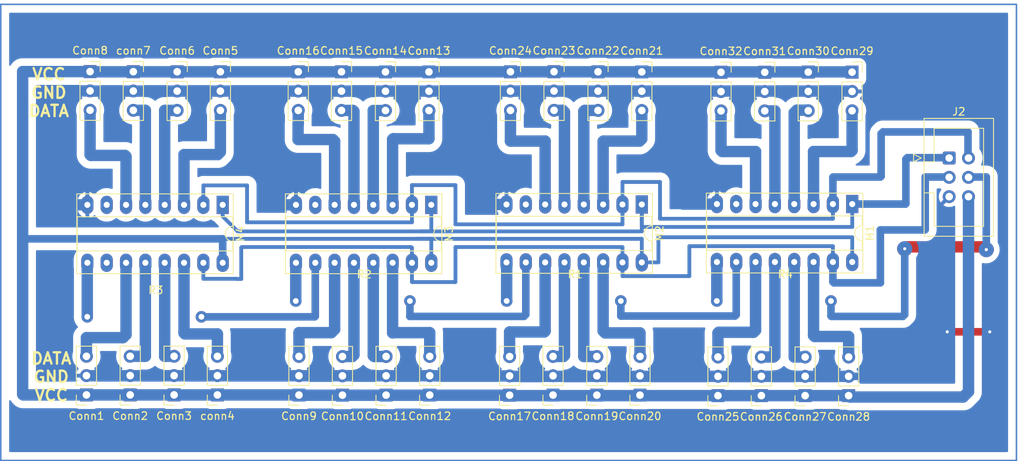
<source format=kicad_pcb>
(kicad_pcb (version 20211014) (generator pcbnew)
  (layers (0 "F.Cu" signal) (31 "B.Cu" signal) (34 "B.Paste" user) (35 "F.Paste" user) (36 "B.SilkS" user "B.Silkscreen") (37 "F.SilkS" user "F.Silkscreen") (38 "B.Mask" user) (39 "F.Mask" user) (44 "Edge.Cuts" user))
  (net 0 "")
  (net 1 "/LP(D5)")
  (net 2 "/CP(D4)")
  (net 3 "/Vcc")
  (net 8 "/D1")
  (net 9 "/D2")
  (net 10 "/D3")
  (net 11 "/D4")
  (net 12 "/D5")
  (net 13 "/D6")
  (net 14 "/D7")
  (net 15 "/D8")
  (net 16 "/D9")
  (net 17 "/D10")
  (net 18 "/D11")
  (net 19 "/D12")
  (net 20 "/D13")
  (net 21 "/D14")
  (net 22 "/D15")
  (net 23 "/D16")
  (net 24 "/D17")
  (net 25 "/D18")
  (net 26 "/D19")
  (net 27 "/D20")
  (net 28 "/D21")
  (net 29 "/D22")
  (net 30 "/D23")
  (net 31 "/D24")
  (net 32 "/D25")
  (net 33 "/D26")
  (net 34 "/D27")
  (net 35 "/D28")
  (net 36 "/D29")
  (net 37 "/D30")
  (net 39 "GND")
  (net 40 "/CEP(D15)")
  (net 41 "/DPA(D2)")
  (net 42 "/DS1A")
  (net 43 "/DPB(D2)")
  (net 44 "/DS2A")
  (net 45 "/DS1B")
  (net 46 "/DS3A")
  (net 47 "/DS2B")
  (net 48 "/DS3B")
  (net 49 "/D31")
  (net 50 "/D32")
  (footprint "Package_DIP:DIP-16_W7.62mm_Socket_LongPads" (layer "F.Cu") (at 124.1679 38.8239 -90)
    (fp_text reference "M1")
    (fp_text value "74LS165")
  )
  (footprint "Package_DIP:DIP-16_W7.62mm_Socket_LongPads" (layer "F.Cu") (at 96.52 38.8747 -90)
    (fp_text reference "M2")
    (fp_text value "74LS165")
  )
  (footprint "Package_DIP:DIP-16_W7.62mm_Socket_LongPads" (layer "F.Cu") (at 68.8594 38.9255 -90)
    (fp_text reference "M3")
    (fp_text value "74LS165")
  )
  (footprint "Package_DIP:DIP-16_W7.62mm_Socket_LongPads" (layer "F.Cu") (at 41.4528 38.9255 -90)
    (fp_text reference "M4")
    (fp_text value "74LS165")
  )
  (footprint "Connector_PinSocket_2.54mm:PinSocket_1x03_P2.54mm_Vertical" (layer "F.Cu") (at 23.55342 63.92672 180)
    (fp_text reference "Conn1")
    (fp_text value "1")
  )
  (footprint "Connector_PinSocket_2.54mm:PinSocket_1x03_P2.54mm_Vertical" (layer "F.Cu") (at 29.30144 63.92164 180)
    (fp_text reference "Conn2")
    (fp_text value "2")
  )
  (footprint "Connector_PinSocket_2.54mm:PinSocket_1x03_P2.54mm_Vertical" (layer "F.Cu") (at 35.06724 63.92164 180)
    (fp_text reference "Conn3")
    (fp_text value "3")
  )
  (footprint "Connector_PinSocket_2.54mm:PinSocket_1x03_P2.54mm_Vertical" (layer "F.Cu") (at 40.75938 63.92926 180)
    (fp_text reference "conn4")
    (fp_text value "4")
  )
  (footprint "Connector_PinSocket_2.54mm:PinSocket_1x03_P2.54mm_Vertical" (layer "F.Cu") (at 41.148 21.42236)
    (fp_text reference "Conn5")
    (fp_text value "5")
  )
  (footprint "Connector_PinSocket_2.54mm:PinSocket_1x03_P2.54mm_Vertical" (layer "F.Cu") (at 35.4711 21.42236)
    (fp_text reference "Conn6")
    (fp_text value "6")
  )
  (footprint "Connector_PinSocket_2.54mm:PinSocket_1x03_P2.54mm_Vertical" (layer "F.Cu") (at 29.71038 21.4122)
    (fp_text reference "conn7")
    (fp_text value "7")
  )
  (footprint "Connector_PinSocket_2.54mm:PinSocket_1x03_P2.54mm_Vertical" (layer "F.Cu") (at 24.0284 21.3995)
    (fp_text reference "Conn8")
    (fp_text value "8")
  )
  (footprint "Connector_PinSocket_2.54mm:PinSocket_1x03_P2.54mm_Vertical" (layer "F.Cu") (at 51.47564 63.94196 180)
    (fp_text reference "Conn9")
    (fp_text value "9")
  )
  (footprint "Connector_PinSocket_2.54mm:PinSocket_1x03_P2.54mm_Vertical" (layer "F.Cu") (at 57.1881 63.9572 180)
    (fp_text reference "Conn10")
    (fp_text value "10")
  )
  (footprint "Connector_PinSocket_2.54mm:PinSocket_1x03_P2.54mm_Vertical" (layer "F.Cu") (at 62.92342 63.95212 180)
    (fp_text reference "Conn11")
    (fp_text value "11")
  )
  (footprint "Connector_PinSocket_2.54mm:PinSocket_1x03_P2.54mm_Vertical" (layer "F.Cu") (at 68.6562 63.94196 180)
    (fp_text reference "Conn12")
    (fp_text value "12")
  )
  (footprint "Connector_PinSocket_2.54mm:PinSocket_1x03_P2.54mm_Vertical" (layer "F.Cu") (at 68.5546 21.4376)
    (fp_text reference "Conn13")
    (fp_text value "13")
  )
  (footprint "Connector_PinSocket_2.54mm:PinSocket_1x03_P2.54mm_Vertical" (layer "F.Cu") (at 62.8396 21.4376)
    (fp_text reference "Conn14")
    (fp_text value "14")
  )
  (footprint "Connector_PinSocket_2.54mm:PinSocket_1x03_P2.54mm_Vertical" (layer "F.Cu") (at 57.0611 21.4249)
    (fp_text reference "Conn15")
    (fp_text value "15")
  )
  (footprint "Connector_PinSocket_2.54mm:PinSocket_1x03_P2.54mm_Vertical" (layer "F.Cu") (at 51.3842 21.4249)
    (fp_text reference "Conn16")
    (fp_text value "16")
  )
  (footprint "Connector_PinSocket_2.54mm:PinSocket_1x03_P2.54mm_Vertical" (layer "F.Cu") (at 79.15148 63.96482 180)
    (fp_text reference "Conn17")
    (fp_text value "17")
  )
  (footprint "Connector_PinSocket_2.54mm:PinSocket_1x03_P2.54mm_Vertical" (layer "F.Cu") (at 84.85632 63.94704 180)
    (fp_text reference "Conn18")
    (fp_text value "18")
  )
  (footprint "Connector_PinSocket_2.54mm:PinSocket_1x03_P2.54mm_Vertical" (layer "F.Cu") (at 90.6145 63.95466 180)
    (fp_text reference "Conn19")
    (fp_text value "19")
  )
  (footprint "Connector_PinSocket_2.54mm:PinSocket_1x03_P2.54mm_Vertical" (layer "F.Cu") (at 96.28124 63.95466 180)
    (fp_text reference "Conn20")
    (fp_text value "20")
  )
  (footprint "Connector_PinSocket_2.54mm:PinSocket_1x03_P2.54mm_Vertical" (layer "F.Cu") (at 96.52 21.4376)
    (fp_text reference "Conn21")
    (fp_text value "21")
  )
  (footprint "Connector_PinSocket_2.54mm:PinSocket_1x03_P2.54mm_Vertical" (layer "F.Cu") (at 90.7669 21.4249)
    (fp_text reference "Conn22")
    (fp_text value "22")
  )
  (footprint "Connector_PinSocket_2.54mm:PinSocket_1x03_P2.54mm_Vertical" (layer "F.Cu") (at 84.9884 21.4122)
    (fp_text reference "Conn23")
    (fp_text value "23")
  )
  (footprint "Connector_PinSocket_2.54mm:PinSocket_1x03_P2.54mm_Vertical" (layer "F.Cu") (at 79.2607 21.4249)
    (fp_text reference "Conn24")
    (fp_text value "24")
  )
  (footprint "Connector_PinSocket_2.54mm:PinSocket_1x03_P2.54mm_Vertical" (layer "F.Cu") (at 106.5276 64.0207 180)
    (fp_text reference "Conn25")
    (fp_text value "25")
  )
  (footprint "Connector_PinSocket_2.54mm:PinSocket_1x03_P2.54mm_Vertical" (layer "F.Cu") (at 112.2299 64.0207 180)
    (fp_text reference "Conn26")
    (fp_text value "26")
  )
  (footprint "Connector_PinSocket_2.54mm:PinSocket_1x03_P2.54mm_Vertical" (layer "F.Cu") (at 117.983 64.0207 180)
    (fp_text reference "Conn27")
    (fp_text value "27")
  )
  (footprint "Connector_PinSocket_2.54mm:PinSocket_1x03_P2.54mm_Vertical" (layer "F.Cu") (at 123.698 64.0207 180)
    (fp_text reference "Conn28")
    (fp_text value "28")
  )
  (footprint "Connector_PinSocket_2.54mm:PinSocket_1x03_P2.54mm_Vertical" (layer "F.Cu") (at 124.15012 21.47062)
    (fp_text reference "Conn29")
    (fp_text value "29")
  )
  (footprint "Connector_PinSocket_2.54mm:PinSocket_1x03_P2.54mm_Vertical" (layer "F.Cu") (at 118.3894 21.46554)
    (fp_text reference "Conn30")
    (fp_text value "30")
  )
  (footprint "extensores:extensor 15mm" (layer "F.Cu") (at 87.7641 48.56962 180)
    (fp_text reference "R1")
    (fp_text value "15")
  )
  (footprint "extensores:extensor 15mm" (layer "F.Cu") (at 60.054 48.57242 180)
    (fp_text reference "R2")
    (fp_text value "15")
  )
  (footprint "extensores:extensor 15mm" (layer "F.Cu") (at 32.6588 50.65242 180)
    (fp_text reference "R3")
    (fp_text value "15")
  )
  (footprint "extensores:extensor 15mm" (layer "F.Cu") (at 115.3752 48.56962 180)
    (fp_text reference "R4")
    (fp_text value "15")
  )
  (footprint "Connector_PinSocket_2.54mm:PinSocket_1x03_P2.54mm_Vertical" (layer "F.Cu") (at 112.6744 21.48586)
    (fp_text reference "Conn31")
    (fp_text value "31")
  )
  (footprint "Connector_PinSocket_2.54mm:PinSocket_1x03_P2.54mm_Vertical" (layer "F.Cu") (at 106.92892 21.48586)
    (fp_text reference "Conn32")
    (fp_text value "32")
  )
  (footprint "Connector_IDC:IDC-Header_2x03_P2.54mm_Vertical" (layer "F.Cu") (at 136.906 32.766)
    (fp_text reference "J2")
    (fp_text value "Conn_02x03_Odd_Even")
  )
  (gr_rect (start 12.2936 12.55522) (end 145.7452 72.55002) (layer "B.Cu") (width 0.2) (fill none))
  (gr_text "\n\nDATA\nGND\nVCC\n" (at 18.92808 59.13882) (layer "F.SilkS") (effects (font (size 1.5 1.5) (thickness 0.3))))
  (gr_text "VCC\nGND\nDATA\n" (at 18.61312 24.1681) (layer "F.SilkS") (effects (font (size 1.5 1.5) (thickness 0.3))))
  (segment (start 96.52 38.8747) (end 96.52 41.8338) (width 0.5) (layer "B.Cu") (net 1))
  (segment (start 41.4528 40.44442) (end 41.4528 38.9255) (width 0.5) (layer "B.Cu") (net 1))
  (segment (start 131.4196 32.72282) (end 131.2164 32.92602) (width 1) (layer "B.Cu") (net 1))
  (segment (start 67.5132 42.418) (end 43.42638 42.418) (width 0.5) (layer "B.Cu") (net 1))
  (segment (start 68.8594 38.9255) (end 68.8594 42.418) (width 0.5) (layer "B.Cu") (net 1))
  (segment (start 67.5132 42.418) (end 96.52 42.418) (width 0.5) (layer "B.Cu") (net 1))
  (segment (start 131.2164 38.76802) (end 131.16052 38.8239) (width 1) (layer "B.Cu") (net 1))
  (segment (start 124.1679 41.8338) (end 124.1679 38.8239) (width 0.5) (layer "B.Cu") (net 1))
  (segment (start 124.1679 38.8239) (end 124.1679 38.75532) (width 0.5) (layer "B.Cu") (net 1))
  (segment (start 136.83996 32.72282) (end 131.4196 32.72282) (width 1) (layer "B.Cu") (net 1))
  (segment (start 131.2164 32.92602) (end 131.2164 38.76802) (width 1) (layer "B.Cu") (net 1))
  (segment (start 43.42638 42.418) (end 41.4528 40.44442) (width 0.5) (layer "B.Cu") (net 1))
  (segment (start 96.52 42.418) (end 96.52 38.8747) (width 0.5) (layer "B.Cu") (net 1))
  (segment (start 96.52 41.8338) (end 124.1679 41.8338) (width 0.5) (layer "B.Cu") (net 1))
  (segment (start 131.16052 38.8239) (end 124.1679 38.8239) (width 1) (layer "B.Cu") (net 1))
  (segment (start 68.8594 42.418) (end 67.5132 42.418) (width 0.5) (layer "B.Cu") (net 1))
  (segment (start 38.9128 36.3728) (end 44.6532 36.3728) (width 0.5) (layer "B.Cu") (net 2))
  (segment (start 44.6532 36.3728) (end 44.6532 41.2242) (width 0.5) (layer "B.Cu") (net 2))
  (segment (start 139.37996 32.72282) (end 139.37996 29.33446) (width 1) (layer "B.Cu") (net 2))
  (segment (start 121.6279 38.8239) (end 121.6279 40.73652) (width 0.5) (layer "B.Cu") (net 2))
  (segment (start 121.6279 38.8239) (end 121.6279 39.1414) (width 1.5) (layer "B.Cu") (net 2))
  (segment (start 121.666 35.26282) (end 121.6279 35.30092) (width 1) (layer "B.Cu") (net 2))
  (segment (start 66.3194 36.32962) (end 72.0344 36.32962) (width 0.5) (layer "B.Cu") (net 2))
  (segment (start 121.61012 40.7543) (end 98.91268 40.7543) (width 0.5) (layer "B.Cu") (net 2))
  (segment (start 72.0344 36.32962) (end 72.0344 41.4909) (width 0.5) (layer "B.Cu") (net 2))
  (segment (start 93.98 41.4909) (end 93.98 38.8747) (width 0.5) (layer "B.Cu") (net 2))
  (segment (start 66.3194 38.9255) (end 66.3194 36.32962) (width 0.5) (layer "B.Cu") (net 2))
  (segment (start 44.6532 41.2242) (end 66.3194 41.2242) (width 0.5) (layer "B.Cu") (net 2))
  (segment (start 93.98 35.91814) (end 93.98 38.8747) (width 0.5) (layer "B.Cu") (net 2))
  (segment (start 66.3194 41.2242) (end 66.3194 38.9255) (width 0.5) (layer "B.Cu") (net 2))
  (segment (start 128.20396 29.33446) (end 127.9652 29.57322) (width 1) (layer "B.Cu") (net 2))
  (segment (start 139.37996 29.33446) (end 128.20396 29.33446) (width 1) (layer "B.Cu") (net 2))
  (segment (start 72.0344 41.4909) (end 93.98 41.4909) (width 0.5) (layer "B.Cu") (net 2))
  (segment (start 121.6279 39.1414) (end 121.6152 39.1541) (width 1.5) (layer "B.Cu") (net 2))
  (segment (start 127.9652 29.57322) (end 127.9652 35.16122) (width 1) (layer "B.Cu") (net 2))
  (segment (start 127.9652 35.16122) (end 127.8636 35.26282) (width 1) (layer "B.Cu") (net 2))
  (segment (start 38.9128 38.9255) (end 38.9128 36.3728) (width 0.5) (layer "B.Cu") (net 2))
  (segment (start 127.8636 35.26282) (end 121.666 35.26282) (width 1) (layer "B.Cu") (net 2))
  (segment (start 121.6279 35.30092) (end 121.6279 38.8239) (width 1) (layer "B.Cu") (net 2))
  (segment (start 98.91268 40.7543) (end 98.91268 35.91814) (width 0.5) (layer "B.Cu") (net 2))
  (segment (start 98.91268 35.91814) (end 93.98 35.91814) (width 0.5) (layer "B.Cu") (net 2))
  (segment (start 121.6279 40.73652) (end 121.61012 40.7543) (width 0.5) (layer "B.Cu") (net 2))
  (segment (start 15.27556 43.3959) (end 15.16888 43.28922) (width 1) (layer "B.Cu") (net 3))
  (segment (start 98.7044 43.18762) (end 124.1679 43.18762) (width 0.5) (layer "B.Cu") (net 3))
  (segment (start 15.2527 63.92672) (end 15.16888 63.8429) (width 1.5) (layer "B.Cu") (net 3))
  (segment (start 98.7044 46.4947) (end 98.7044 43.18762) (width 0.5) (layer "B.Cu") (net 3))
  (segment (start 96.5073 21.4249) (end 96.52 21.4376) (width 1.5) (layer "B.Cu") (net 3))
  (segment (start 51.4604 63.92672) (end 51.47564 63.94196) (width 1.5) (layer "B.Cu") (net 3))
  (segment (start 24.0538 21.4249) (end 24.0284 21.3995) (width 1.5) (layer "B.Cu") (net 3))
  (segment (start 41.4528 43.3959) (end 15.27556 43.3959) (width 1) (layer "B.Cu") (net 3))
  (segment (start 106.5276 64.0207) (end 79.20736 64.0207) (width 1.5) (layer "B.Cu") (net 3))
  (segment (start 139.446 63.5) (end 139.446 37.846) (width 1.5) (layer "B.Cu") (net 3))
  (segment (start 79.248 21.4122) (end 79.2607 21.4249) (width 1.5) (layer "B.Cu") (net 3))
  (segment (start 23.55342 63.92672) (end 15.2527 63.92672) (width 1.5) (layer "B.Cu") (net 3))
  (segment (start 79.2607 21.4249) (end 51.3842 21.4249) (width 1.5) (layer "B.Cu") (net 3))
  (segment (start 68.8594 46.5455) (end 68.8594 43.41622) (width 0.5) (layer "B.Cu") (net 3))
  (segment (start 79.15148 63.96482) (end 51.4985 63.96482) (width 1.5) (layer "B.Cu") (net 3))
  (segment (start 106.5022 63.9953) (end 106.5276 64.0207) (width 1.5) (layer "B.Cu") (net 3))
  (segment (start 124.1171 21.4376) (end 124.15012 21.47062) (width 1.5) (layer "B.Cu") (net 3))
  (segment (start 51.3842 21.4249) (end 24.0538 21.4249) (width 1.5) (layer "B.Cu") (net 3))
  (segment (start 124.1679 43.18762) (end 124.1679 46.4439) (width 0.5) (layer "B.Cu") (net 3))
  (segment (start 96.52 46.4947) (end 98.7044 46.4947) (width 0.5) (layer "B.Cu") (net 3))
  (segment (start 68.83908 43.3959) (end 67.056 43.3959) (width 0.5) (layer "B.Cu") (net 3))
  (segment (start 51.4985 63.96482) (end 51.47564 63.94196) (width 1.5) (layer "B.Cu") (net 3))
  (segment (start 124.1679 21.4884) (end 124.15012 21.47062) (width 1.5) (layer "B.Cu") (net 3))
  (segment (start 96.52 43.3959) (end 67.056 43.3959) (width 0.5) (layer "B.Cu") (net 3))
  (segment (start 67.056 43.3959) (end 41.4528 43.3959) (width 0.5) (layer "B.Cu") (net 3))
  (segment (start 68.8594 43.41622) (end 68.83908 43.3959) (width 0.5) (layer "B.Cu") (net 3))
  (segment (start 79.2607 21.4249) (end 96.5073 21.4249) (width 1.5) (layer "B.Cu") (net 3))
  (segment (start 24.0284 21.3995) (end 15.16888 21.3995) (width 1.5) (layer "B.Cu") (net 3))
  (segment (start 79.20736 64.0207) (end 79.15148 63.96482) (width 1.5) (layer "B.Cu") (net 3))
  (segment (start 123.88088 64.20358) (end 138.74242 64.20358) (width 1.5) (layer "B.Cu") (net 3))
  (segment (start 106.5276 64.0207) (end 123.698 64.0207) (width 1.5) (layer "B.Cu") (net 3))
  (segment (start 41.4528 46.5455) (end 41.4528 43.3959) (width 1) (layer "B.Cu") (net 3))
  (segment (start 15.16888 63.8429) (end 15.16888 43.28922) (width 1.5) (layer "B.Cu") (net 3))
  (segment (start 123.698 64.0207) (end 123.88088 64.20358) (width 1.5) (layer "B.Cu") (net 3))
  (segment (start 15.16888 21.3995) (end 15.16888 43.28922) (width 1.5) (layer "B.Cu") (net 3))
  (segment (start 96.52 21.4376) (end 124.1171 21.4376) (width 1.5) (layer "B.Cu") (net 3))
  (segment (start 23.55342 63.92672) (end 51.4604 63.92672) (width 1.5) (layer "B.Cu") (net 3))
  (segment (start 96.52 46.4947) (end 96.52 43.3959) (width 0.5) (layer "B.Cu") (net 3))
  (segment (start 138.74242 64.20358) (end 139.446 63.5) (width 1.5) (layer "B.Cu") (net 3))
  (segment (start 96.53778 21.41982) (end 96.52 21.4376) (width 1.5) (layer "B.Cu") (net 3))
  (segment (start 28.7528 55.98922) (end 28.7528 46.5455) (width 1.5) (layer "B.Cu") (net 8))
  (segment (start 23.55342 56.39562) (end 28.3464 56.39562) (width 1.5) (layer "B.Cu") (net 8))
  (segment (start 28.3464 56.39562) (end 28.7528 55.98922) (width 1.5) (layer "B.Cu") (net 8))
  (segment (start 23.55342 58.84672) (end 23.55342 56.39562) (width 1.5) (layer "B.Cu") (net 8))
  (segment (start 31.2928 58.84164) (end 31.2928 46.5455) (width 1.5) (layer "B.Cu") (net 9))
  (segment (start 29.30144 58.84164) (end 31.2928 58.84164) (width 1.5) (layer "B.Cu") (net 9))
  (segment (start 35.06724 58.84164) (end 33.82518 58.84164) (width 1.5) (layer "B.Cu") (net 10))
  (segment (start 33.82518 58.84164) (end 33.8328 58.83402) (width 1.5) (layer "B.Cu") (net 10))
  (segment (start 33.8328 58.83402) (end 33.8328 46.5455) (width 1.5) (layer "B.Cu") (net 10))
  (segment (start 36.3728 55.78602) (end 36.3728 46.5455) (width 1.5) (layer "B.Cu") (net 11))
  (segment (start 40.75938 58.84926) (end 40.75938 55.9054) (width 1.5) (layer "B.Cu") (net 11))
  (segment (start 36.49218 55.9054) (end 36.3728 55.78602) (width 1.5) (layer "B.Cu") (net 11))
  (segment (start 40.75938 55.9054) (end 36.49218 55.9054) (width 1.5) (layer "B.Cu") (net 11))
  (segment (start 41.148 31.96082) (end 40.7924 32.31642) (width 1.5) (layer "B.Cu") (net 12))
  (segment (start 36.3728 32.31642) (end 36.3728 38.9255) (width 1.5) (layer "B.Cu") (net 12))
  (segment (start 41.148 26.50236) (end 41.148 31.96082) (width 1.5) (layer "B.Cu") (net 12))
  (segment (start 40.7924 32.31642) (end 36.3728 32.31642) (width 1.5) (layer "B.Cu") (net 12))
  (segment (start 33.8328 26.50236) (end 35.4711 26.50236) (width 1.5) (layer "B.Cu") (net 13))
  (segment (start 33.8328 38.9255) (end 33.8328 26.50236) (width 1.5) (layer "B.Cu") (net 13))
  (segment (start 31.2928 26.4922) (end 29.71038 26.4922) (width 1.5) (layer "B.Cu") (net 14))
  (segment (start 31.2928 38.9255) (end 31.2928 26.4922) (width 1.5) (layer "B.Cu") (net 14))
  (segment (start 28.7528 38.9255) (end 28.7528 32.57042) (width 1.5) (layer "B.Cu") (net 15))
  (segment (start 28.7528 32.57042) (end 28.6004 32.41802) (width 1.5) (layer "B.Cu") (net 15))
  (segment (start 28.6004 32.41802) (end 24.13 32.41802) (width 1.5) (layer "B.Cu") (net 15))
  (segment (start 24.13 32.41802) (end 24.0284 32.31642) (width 1.5) (layer "B.Cu") (net 15))
  (segment (start 24.0284 32.31642) (end 24.0284 26.4795) (width 1.5) (layer "B.Cu") (net 15))
  (segment (start 56.1594 55.30342) (end 56.1594 46.5455) (width 1.5) (layer "B.Cu") (net 16))
  (segment (start 51.47564 55.73522) (end 55.7276 55.73522) (width 1.5) (layer "B.Cu") (net 16))
  (segment (start 51.47564 58.86196) (end 51.47564 55.73522) (width 1.5) (layer "B.Cu") (net 16))
  (segment (start 55.7276 55.73522) (end 56.1594 55.30342) (width 1.5) (layer "B.Cu") (net 16))
  (segment (start 57.1881 58.8772) (end 58.47842 58.8772) (width 1.5) (layer "B.Cu") (net 17))
  (segment (start 58.47842 58.8772) (end 58.6994 58.65622) (width 1.5) (layer "B.Cu") (net 17))
  (segment (start 58.6994 58.65622) (end 58.6994 46.5455) (width 1.5) (layer "B.Cu") (net 17))
  (segment (start 62.92342 58.87212) (end 61.3537 58.87212) (width 1.5) (layer "B.Cu") (net 18))
  (segment (start 61.2394 58.75782) (end 61.2394 46.5455) (width 1.5) (layer "B.Cu") (net 18))
  (segment (start 61.3537 58.87212) (end 61.2394 58.75782) (width 1.5) (layer "B.Cu") (net 18))
  (segment (start 63.8048 55.73522) (end 63.7794 55.76062) (width 1.5) (layer "B.Cu") (net 19))
  (segment (start 68.6562 55.73522) (end 63.8048 55.73522) (width 1.5) (layer "B.Cu") (net 19))
  (segment (start 68.6562 58.86196) (end 68.6562 55.73522) (width 1.5) (layer "B.Cu") (net 19))
  (segment (start 63.7794 55.76062) (end 63.7794 46.5455) (width 1.5) (layer "B.Cu") (net 19))
  (segment (start 68.5546 30.20822) (end 68.5292 30.23362) (width 1.5) (layer "B.Cu") (net 20))
  (segment (start 63.8556 30.23362) (end 63.7794 30.30982) (width 1.5) (layer "B.Cu") (net 20))
  (segment (start 68.5546 26.5176) (end 68.5546 30.20822) (width 1.5) (layer "B.Cu") (net 20))
  (segment (start 68.5292 30.23362) (end 63.8556 30.23362) (width 1.5) (layer "B.Cu") (net 20))
  (segment (start 63.7794 30.30982) (end 63.7794 38.9255) (width 1.5) (layer "B.Cu") (net 20))
  (segment (start 61.2394 26.5176) (end 62.8396 26.5176) (width 1.5) (layer "B.Cu") (net 21))
  (segment (start 61.2394 38.9255) (end 61.2394 26.5176) (width 1.5) (layer "B.Cu") (net 21))
  (segment (start 58.55208 26.5049) (end 57.0611 26.5049) (width 1.5) (layer "B.Cu") (net 22))
  (segment (start 58.6994 38.9255) (end 58.6994 26.65222) (width 1.5) (layer "B.Cu") (net 22))
  (segment (start 58.6994 26.65222) (end 58.55208 26.5049) (width 1.5) (layer "B.Cu") (net 22))
  (segment (start 56.1594 30.56382) (end 55.9308 30.33522) (width 1.5) (layer "B.Cu") (net 23))
  (segment (start 51.3588 28.30322) (end 51.3842 28.27782) (width 1.5) (layer "B.Cu") (net 23))
  (segment (start 51.3842 28.27782) (end 51.3842 26.5049) (width 1.5) (layer "B.Cu") (net 23))
  (segment (start 51.3588 30.33522) (end 51.3588 28.30322) (width 1.5) (layer "B.Cu") (net 23))
  (segment (start 55.9308 30.33522) (end 51.3588 30.33522) (width 1.5) (layer "B.Cu") (net 23))
  (segment (start 56.1594 38.9255) (end 56.1594 30.56382) (width 1.5) (layer "B.Cu") (net 23))
  (segment (start 83.7057 55.64632) (end 83.82 55.53202) (width 1.5) (layer "B.Cu") (net 24))
  (segment (start 79.15148 58.88482) (end 79.15148 55.64632) (width 1.5) (layer "B.Cu") (net 24))
  (segment (start 79.15148 55.64632) (end 83.7057 55.64632) (width 1.5) (layer "B.Cu") (net 24))
  (segment (start 83.82 55.53202) (end 83.82 46.4947) (width 1.5) (layer "B.Cu") (net 24))
  (segment (start 86.22538 58.86704) (end 86.36 58.73242) (width 1.5) (layer "B.Cu") (net 25))
  (segment (start 84.85632 58.86704) (end 86.22538 58.86704) (width 1.5) (layer "B.Cu") (net 25))
  (segment (start 86.36 58.73242) (end 86.36 46.4947) (width 1.5) (layer "B.Cu") (net 25))
  (segment (start 88.9 58.87466) (end 88.9 46.4947) (width 1.5) (layer "B.Cu") (net 26))
  (segment (start 90.6145 58.87466) (end 88.9 58.87466) (width 1.5) (layer "B.Cu") (net 26))
  (segment (start 91.70924 55.77078) (end 91.44 55.50154) (width 1.5) (layer "B.Cu") (net 27))
  (segment (start 96.28124 58.87466) (end 96.28124 55.77078) (width 1.5) (layer "B.Cu") (net 27))
  (segment (start 96.28124 55.77078) (end 91.70924 55.77078) (width 1.5) (layer "B.Cu") (net 27))
  (segment (start 91.44 55.50154) (end 91.44 46.4947) (width 1.5) (layer "B.Cu") (net 27))
  (segment (start 96.2152 30.53842) (end 96.52 30.23362) (width 1.5) (layer "B.Cu") (net 28))
  (segment (start 91.4908 30.53842) (end 96.2152 30.53842) (width 1.5) (layer "B.Cu") (net 28))
  (segment (start 96.52 30.23362) (end 96.52 26.5176) (width 1.5) (layer "B.Cu") (net 28))
  (segment (start 91.44 38.8747) (end 91.44 30.58922) (width 1.5) (layer "B.Cu") (net 28))
  (segment (start 91.44 30.58922) (end 91.4908 30.53842) (width 1.5) (layer "B.Cu") (net 28))
  (segment (start 89.02192 26.5049) (end 90.7669 26.5049) (width 1.5) (layer "B.Cu") (net 29))
  (segment (start 88.9 26.62682) (end 89.02192 26.5049) (width 1.5) (layer "B.Cu") (net 29))
  (segment (start 88.9 38.8747) (end 88.9 26.62682) (width 1.5) (layer "B.Cu") (net 29))
  (segment (start 86.36 26.72842) (end 86.36 38.8747) (width 1.5) (layer "B.Cu") (net 30))
  (segment (start 86.12378 26.4922) (end 86.36 26.72842) (width 1.5) (layer "B.Cu") (net 30))
  (segment (start 84.9884 26.4922) (end 86.12378 26.4922) (width 1.5) (layer "B.Cu") (net 30))
  (segment (start 83.82 30.53842) (end 79.2607 30.53842) (width 1.5) (layer "B.Cu") (net 31))
  (segment (start 83.82 38.8747) (end 83.82 30.53842) (width 1.5) (layer "B.Cu") (net 31))
  (segment (start 79.2607 30.53842) (end 79.2607 26.5049) (width 1.5) (layer "B.Cu") (net 31))
  (segment (start 111.4679 55.41772) (end 111.4679 46.4439) (width 1.5) (layer "B.Cu") (net 32))
  (segment (start 106.5276 58.9407) (end 106.5276 55.78602) (width 1.5) (layer "B.Cu") (net 32))
  (segment (start 106.6292 55.68442) (end 111.2012 55.68442) (width 1.5) (layer "B.Cu") (net 32))
  (segment (start 111.2012 55.68442) (end 111.4679 55.41772) (width 1.5) (layer "B.Cu") (net 32))
  (segment (start 106.5276 55.78602) (end 106.6292 55.68442) (width 1.5) (layer "B.Cu") (net 32))
  (segment (start 113.83772 58.9407) (end 114.0079 58.77052) (width 1.5) (layer "B.Cu") (net 33))
  (segment (start 112.2299 58.9407) (end 113.83772 58.9407) (width 1.5) (layer "B.Cu") (net 33))
  (segment (start 114.0079 58.77052) (end 114.0079 46.4439) (width 1.5) (layer "B.Cu") (net 33))
  (segment (start 116.5479 58.9407) (end 116.5479 46.4439) (width 1.5) (layer "B.Cu") (net 34))
  (segment (start 117.983 58.9407) (end 116.5479 58.9407) (width 1.5) (layer "B.Cu") (net 34))
  (segment (start 123.698 56.24322) (end 123.698 58.9407) (width 1.5) (layer "B.Cu") (net 35))
  (segment (start 119.0879 46.4439) (end 119.0879 56.10352) (width 1.5) (layer "B.Cu") (net 35))
  (segment (start 119.2276 56.24322) (end 123.698 56.24322) (width 1.5) (layer "B.Cu") (net 35))
  (segment (start 119.0879 56.10352) (end 119.2276 56.24322) (width 1.5) (layer "B.Cu") (net 35))
  (segment (start 124.15012 31.7627) (end 124.15012 26.55062) (width 1.5) (layer "B.Cu") (net 36))
  (segment (start 119.0879 31.91002) (end 124.0028 31.91002) (width 1.5) (layer "B.Cu") (net 36))
  (segment (start 119.0879 38.8239) (end 119.0879 31.91002) (width 1.5) (layer "B.Cu") (net 36))
  (segment (start 119.0752 38.8112) (end 119.0879 38.8239) (width 1.5) (layer "B.Cu") (net 36))
  (segment (start 124.0028 31.91002) (end 124.15012 31.7627) (width 1.5) (layer "B.Cu") (net 36))
  (segment (start 116.8908 26.47442) (end 118.31828 26.47442) (width 1.5) (layer "B.Cu") (net 37))
  (segment (start 116.5479 26.81732) (end 116.8908 26.47442) (width 1.5) (layer "B.Cu") (net 37))
  (segment (start 116.5479 38.8239) (end 116.5479 26.81732) (width 1.5) (layer "B.Cu") (net 37))
  (segment (start 118.31828 26.47442) (end 118.3894 26.54554) (width 1.5) (layer "B.Cu") (net 37))
  (segment (start 136.652 55.626) (end 142.24 55.626) (width 1) (layer "F.Cu") (net 39))
  (via (at 136.652 55.626) (size 2) (drill 0.4) (layers "F.Cu" "B.Cu") (net 39))
  (via (at 142.24 55.626) (size 2) (drill 0.4) (layers "F.Cu" "B.Cu") (net 39))
  (segment (start 123.698 61.4807) (end 124.048 61.4807) (width 1) (layer "B.Cu") (net 39))
  (segment (start 47.7012 38.9255) (end 47.7012 23.9649) (width 1.5) (layer "B.Cu") (net 39))
  (segment (start 96.5073 23.9649) (end 96.52 23.9776) (width 1.5) (layer "B.Cu") (net 39))
  (segment (start 101.96068 38.8239) (end 101.78796 38.65118) (width 1.5) (layer "B.Cu") (net 39))
  (segment (start 51.0794 38.9255) (end 47.7012 38.9255) (width 1.5) (layer "B.Cu") (net 39))
  (segment (start 51.3969 23.9776) (end 51.3842 23.9649) (width 1.5) (layer "B.Cu") (net 39))
  (segment (start 134.68096 48.81626) (end 134.81812 48.6791) (width 1.5) (layer "B.Cu") (net 39))
  (segment (start 101.78796 23.95982) (end 124.09932 23.95982) (width 1.5) (layer "B.Cu") (net 39))
  (segment (start 79.20736 61.4807) (end 79.15148 61.42482) (width 1.5) (layer "B.Cu") (net 39))
  (segment (start 19.85772 23.9395) (end 24.0284 23.9395) (width 1.5) (layer "B.Cu") (net 39))
  (segment (start 23.6728 38.9255) (end 19.81708 38.9255) (width 1.5) (layer "B.Cu") (net 39))
  (segment (start 69.526202 61.40196) (end 69.549062 61.42482) (width 1.5) (layer "B.Cu") (net 39))
  (segment (start 101.78796 38.65118) (end 101.78796 23.95982) (width 1.5) (layer "B.Cu") (net 39))
  (segment (start 51.3842 23.9649) (end 73.6346 23.9649) (width 1.5) (layer "B.Cu") (net 39))
  (segment (start 106.5276 61.4807) (end 123.698 61.4807) (width 1.5) (layer "B.Cu") (net 39))
  (segment (start 51.47564 61.40196) (end 23.56866 61.40196) (width 1.5) (layer "B.Cu") (net 39))
  (segment (start 19.81708 23.98014) (end 19.85772 23.9395) (width 1.5) (layer "B.Cu") (net 39))
  (segment (start 96.53778 23.95982) (end 96.52 23.9776) (width 1.5) (layer "B.Cu") (net 39))
  (segment (start 46.27372 23.9649) (end 24.0538 23.9649) (width 1.5) (layer "B.Cu") (net 39))
  (segment (start 136.652 55.626) (end 136.652 58.674) (width 1) (layer "B.Cu") (net 39))
  (segment (start 24.0538 23.9649) (end 24.0284 23.9395) (width 1.5) (layer "B.Cu") (net 39))
  (segment (start 133.8453 61.4807) (end 123.698 61.4807) (width 1) (layer "B.Cu") (net 39))
  (segment (start 51.3842 23.9649) (end 46.27372 23.9649) (width 1.5) (layer "B.Cu") (net 39))
  (segment (start 124.09932 23.95982) (end 124.15012 24.01062) (width 1.5) (layer "B.Cu") (net 39))
  (segment (start 101.78796 23.95982) (end 96.53778 23.95982) (width 1.5) (layer "B.Cu") (net 39))
  (segment (start 79.2607 23.9649) (end 74.676 23.9649) (width 1.5) (layer "B.Cu") (net 39))
  (segment (start 47.7012 23.9649) (end 46.27372 23.9649) (width 1.5) (layer "B.Cu") (net 39))
  (segment (start 136.652 58.674) (end 133.8453 61.4807) (width 1) (layer "B.Cu") (net 39))
  (segment (start 74.676 38.8747) (end 74.676 23.9649) (width 1.5) (layer "B.Cu") (net 39))
  (segment (start 79.2607 23.9649) (end 96.5073 23.9649) (width 1.5) (layer "B.Cu") (net 39))
  (segment (start 106.5276 61.4807) (end 79.20736 61.4807) (width 1.5) (layer "B.Cu") (net 39))
  (segment (start 78.74 38.8747) (end 74.676 38.8747) (width 1.5) (layer "B.Cu") (net 39))
  (segment (start 69.549062 61.42482) (end 79.15148 61.42482) (width 1.5) (layer "B.Cu") (net 39))
  (segment (start 73.6346 23.9649) (end 74.676 23.9649) (width 1.5) (layer "B.Cu") (net 39))
  (segment (start 51.47564 61.40196) (end 69.526202 61.40196) (width 1.5) (layer "B.Cu") (net 39))
  (segment (start 19.81708 38.9255) (end 19.81708 23.98014) (width 1.5) (layer "B.Cu") (net 39))
  (segment (start 23.56866 61.40196) (end 23.55342 61.38672) (width 1.5) (layer "B.Cu") (net 39))
  (segment (start 106.3879 38.8239) (end 101.96068 38.8239) (width 1.5) (layer "B.Cu") (net 39))
  (segment (start 66.3194 49.05502) (end 66.3194 46.5455) (width 0.5) (layer "B.Cu") (net 40))
  (segment (start 38.9128 48.6537) (end 38.9128 46.5455) (width 0.5) (layer "B.Cu") (net 40))
  (segment (start 127.8636 49.18202) (end 121.7676 49.18202) (width 1) (layer "B.Cu") (net 40))
  (segment (start 121.7676 49.18202) (end 121.6279 49.04232) (width 1) (layer "B.Cu") (net 40))
  (segment (start 43.2562 48.6537) (end 38.9128 48.6537) (width 0.5) (layer "B.Cu") (net 40))
  (segment (start 136.83996 35.26282) (end 133.7564 35.26282) (width 1) (layer "B.Cu") (net 40))
  (segment (start 43.8912 48.67402) (end 43.27652 48.67402) (width 0.5) (layer "B.Cu") (net 40))
  (segment (start 43.95978 44.4754) (end 43.8912 44.54398) (width 0.5) (layer "B.Cu") (net 40))
  (segment (start 43.8912 44.54398) (end 43.8912 48.67402) (width 0.5) (layer "B.Cu") (net 40))
  (segment (start 72.0344 44.4754) (end 72.0344 49.08042) (width 0.5) (layer "B.Cu") (net 40))
  (segment (start 102.7684 44.3611) (end 121.6279 44.3611) (width 0.5) (layer "B.Cu") (net 40))
  (segment (start 66.3448 49.08042) (end 66.3194 49.05502) (width 0.5) (layer "B.Cu") (net 40))
  (segment (start 102.7684 48.2981) (end 102.7684 44.3611) (width 0.5) (layer "B.Cu") (net 40))
  (segment (start 66.3194 44.58462) (end 66.21018 44.4754) (width 0.5) (layer "B.Cu") (net 40))
  (segment (start 121.6279 49.04232) (end 121.6279 46.4439) (width 1) (layer "B.Cu") (net 40))
  (segment (start 66.3194 46.5455) (end 66.3194 44.58462) (width 0.5) (layer "B.Cu") (net 40))
  (segment (start 72.0344 49.08042) (end 66.3448 49.08042) (width 0.5) (layer "B.Cu") (net 40))
  (segment (start 121.6279 44.3611) (end 121.6279 46.4439) (width 0.5) (layer "B.Cu") (net 40))
  (segment (start 133.7564 42.17162) (end 133.7056 42.22242) (width 1) (layer "B.Cu") (net 40))
  (segment (start 121.6279 46.4439) (end 121.6279 45.8216) (width 1) (layer "B.Cu") (net 40))
  (segment (start 43.27652 48.67402) (end 43.2562 48.6537) (width 0.5) (layer "B.Cu") (net 40))
  (segment (start 133.7564 35.26282) (end 133.7564 42.17162) (width 1) (layer "B.Cu") (net 40))
  (segment (start 133.7056 42.22242) (end 127.8636 42.22242) (width 1) (layer "B.Cu") (net 40))
  (segment (start 127.8636 42.22242) (end 127.8636 49.18202) (width 1) (layer "B.Cu") (net 40))
  (segment (start 66.21018 44.4754) (end 43.95978 44.4754) (width 0.5) (layer "B.Cu") (net 40))
  (segment (start 93.98 46.4947) (end 93.98 44.4754) (width 0.5) (layer "B.Cu") (net 40))
  (segment (start 93.98 44.4754) (end 72.0344 44.4754) (width 0.5) (layer "B.Cu") (net 40))
  (segment (start 93.98 46.4947) (end 93.98 48.2981) (width 0.5) (layer "B.Cu") (net 40))
  (segment (start 93.98 48.2981) (end 102.7684 48.2981) (width 0.5) (layer "B.Cu") (net 40))
  (segment (start 141.41958 44.45) (end 141.7828 44.81322) (width 1.5) (layer "F.Cu") (net 41))
  (segment (start 131.064 44.704) (end 131.318 44.45) (width 1.5) (layer "F.Cu") (net 41))
  (segment (start 131.318 44.45) (end 141.41958 44.45) (width 1.5) (layer "F.Cu") (net 41))
  (via (at 131.064 44.704) (size 2) (drill 0.4) (layers "F.Cu" "B.Cu") (net 41))
  (via (at 141.7828 44.81322) (size 2) (drill 0.4) (layers "F.Cu" "B.Cu") (net 41))
  (via (at 141.7828 44.81322) (size 0.8) (drill 0.4) (layers "F.Cu" "B.Cu") (net 41))
  (segment (start 131.064 44.91482) (end 131.064 53.34762) (width 1) (layer "B.Cu") (net 41))
  (segment (start 141.732 44.86402) (end 141.7828 44.81322) (width 1.5) (layer "B.Cu") (net 41))
  (segment (start 131.064 44.704) (end 131.1148 44.7548) (width 1.5) (layer "B.Cu") (net 41))
  (segment (start 141.7828 35.26282) (end 141.7828 44.81322) (width 1) (layer "B.Cu") (net 41))
  (segment (start 130.81 53.60162) (end 121.44 53.60162) (width 1) (layer "B.Cu") (net 41))
  (segment (start 121.44 53.60162) (end 121.3752 53.53682) (width 1) (layer "B.Cu") (net 41))
  (segment (start 121.3752 53.53682) (end 121.3752 51.56962) (width 1) (layer "B.Cu") (net 41))
  (segment (start 131.064 53.34762) (end 130.81 53.60162) (width 1) (layer "B.Cu") (net 41))
  (segment (start 131.1148 44.86402) (end 131.064 44.91482) (width 1) (layer "B.Cu") (net 41))
  (segment (start 139.37996 35.26282) (end 141.7828 35.26282) (width 1) (layer "B.Cu") (net 41))
  (segment (start 131.1148 44.7548) (end 131.1148 44.86402) (width 1.5) (layer "B.Cu") (net 41))
  (segment (start 108.7628 53.55082) (end 93.7768 53.55082) (width 1) (layer "B.Cu") (net 42))
  (segment (start 93.7768 53.55082) (end 93.7641 53.53812) (width 1) (layer "B.Cu") (net 42))
  (segment (start 108.9279 46.4439) (end 108.9279 53.38572) (width 1) (layer "B.Cu") (net 42))
  (segment (start 108.9279 53.38572) (end 108.7628 53.55082) (width 1) (layer "B.Cu") (net 42))
  (segment (start 93.7641 53.53812) (end 93.7641 51.56962) (width 1) (layer "B.Cu") (net 42))
  (segment (start 106.3752 46.4566) (end 106.3879 46.4439) (width 1.5) (layer "B.Cu") (net 43))
  (segment (start 106.3752 51.56962) (end 106.3752 46.4566) (width 1.5) (layer "B.Cu") (net 43))
  (segment (start 81.28 46.4947) (end 81.28 53.34762) (width 1) (layer "B.Cu") (net 44))
  (segment (start 66.054 53.58762) (end 66.054 51.57242) (width 1) (layer "B.Cu") (net 44))
  (segment (start 66.04 53.60162) (end 66.054 53.58762) (width 1) (layer "B.Cu") (net 44))
  (segment (start 81.28 53.34762) (end 81.026 53.60162) (width 1) (layer "B.Cu") (net 44))
  (segment (start 81.026 53.60162) (end 66.04 53.60162) (width 1) (layer "B.Cu") (net 44))
  (segment (start 78.7641 46.5188) (end 78.74 46.4947) (width 1.5) (layer "B.Cu") (net 45))
  (segment (start 78.7641 51.56962) (end 78.7641 46.5188) (width 1.5) (layer "B.Cu") (net 45))
  (segment (start 53.6194 53.57622) (end 53.5432 53.65242) (width 1) (layer "B.Cu") (net 46))
  (segment (start 53.5432 53.65242) (end 38.6588 53.65242) (width 1) (layer "B.Cu") (net 46))
  (segment (start 53.6194 46.5455) (end 53.6194 53.57622) (width 1) (layer "B.Cu") (net 46))
  (segment (start 51.054 46.5709) (end 51.0794 46.5455) (width 1.5) (layer "B.Cu") (net 47))
  (segment (start 51.054 51.57242) (end 51.054 46.5709) (width 1.5) (layer "B.Cu") (net 47))
  (segment (start 23.6588 46.5595) (end 23.6588 53.65242) (width 1.5) (layer "B.Cu") (net 48))
  (segment (start 23.6728 46.5455) (end 23.6588 46.5595) (width 1.5) (layer "B.Cu") (net 48))
  (segment (start 114.0079 38.8239) (end 114.0079 26.56586) (width 1.5) (layer "B.Cu") (net 49))
  (segment (start 114.0079 26.56586) (end 112.6744 26.56586) (width 1.5) (layer "B.Cu") (net 49))
  (segment (start 111.4679 31.91002) (end 107.08132 31.91002) (width 1.5) (layer "B.Cu") (net 50))
  (segment (start 111.4679 38.8239) (end 111.4679 31.91002) (width 1.5) (layer "B.Cu") (net 50))
  (segment (start 106.92892 31.75762) (end 106.92892 26.56586) (width 1.5) (layer "B.Cu") (net 50))
  (segment (start 107.08132 31.91002) (end 106.92892 31.75762) (width 1.5) (layer "B.Cu") (net 50))
  (zone (net 39) (net_name "GND") (layer "B.Cu") (connect_pads (clearance 1)) (min_thickness 0.254) (fill yes (thermal_gap 0.508) (thermal_bridge_width 0.508))
    (polygon (pts (xy 145.7452 72.55002) (xy 12.2936 72.55002) (xy 12.2936 12.55522) (xy 145.7452 12.55522)))
  )
)
</source>
